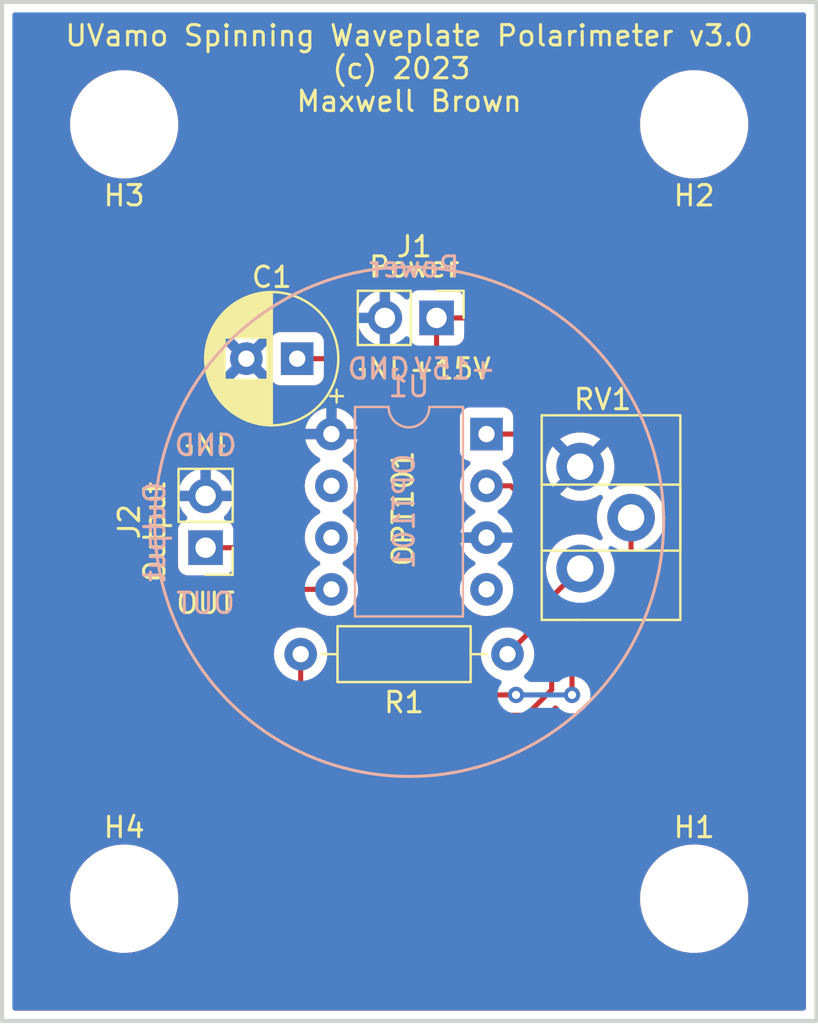
<source format=kicad_pcb>
(kicad_pcb (version 20221018) (generator pcbnew)
  (title_block (title "Spinning Waveplate Polarimeter") (date "2023-02-22") (rev "v3.0") (company "UVamo"))
  (layers (0 "F.Cu" signal) (31 "B.Cu" signal) (34 "B.Paste" user) (35 "F.Paste" user) (36 "B.SilkS" user "B.Silkscreen") (37 "F.SilkS" user "F.Silkscreen") (38 "B.Mask" user) (39 "F.Mask" user) (44 "Edge.Cuts" user))
  (net 0 "")
  (net 1 "GND")
  (net 5 "Net-(R1-Pad1)")
  (net 6 "Net-(R1-Pad2)")
  (net 7 "Net-(J2-Pad1)")
  (net 8 "Net-(J1-Pad1)")
  (footprint "MountingHole:MountingHole_4.3mm_M4" (layer "F.Cu") (at 126 51)
    (fp_text reference "H3" (at 0 3.5) (layer "F.SilkS"))
    (fp_text value "MountingHole")
    (pad "" np_thru_hole circle (at 0 0) (size 4.3 4.3) (drill 4.3) (layers "*.Cu" "*.Mask"))
  )
  (footprint "MountingHole:MountingHole_4.3mm_M4" (layer "F.Cu") (at 154 51)
    (fp_text reference "H2" (at 0 3.5) (layer "F.SilkS"))
    (fp_text value "MountingHole")
    (pad "" np_thru_hole circle (at 0 0) (size 4.3 4.3) (drill 4.3) (layers "*.Cu" "*.Mask"))
  )
  (footprint "MountingHole:MountingHole_4.3mm_M4" (layer "F.Cu") (at 154 89)
    (fp_text reference "H1" (at 0 -3.5) (layer "F.SilkS"))
    (fp_text value "MountingHole")
    (pad "" np_thru_hole circle (at 0 0) (size 4.3 4.3) (drill 4.3) (layers "*.Cu" "*.Mask"))
  )
  (footprint "Resistor_THT:R_Axial_DIN0207_L6.3mm_D2.5mm_P10.16mm_Horizontal" (layer "F.Cu") (at 144.83 77 180)
    (fp_text reference "R1" (at 5.08 -2.37) (layer "F.SilkS"))
    (fp_text value "100kΩ")
    (fp_line (start 1.04 0) (end 1.81 0) (stroke (width 0.12)) (layer "F.SilkS"))
    (fp_line (start 1.81 -1.37) (end 1.81 1.37) (stroke (width 0.12)) (layer "F.SilkS"))
    (fp_line (start 1.81 1.37) (end 8.35 1.37) (stroke (width 0.12)) (layer "F.SilkS"))
    (fp_line (start 8.35 -1.37) (end 1.81 -1.37) (stroke (width 0.12)) (layer "F.SilkS"))
    (fp_line (start 8.35 1.37) (end 8.35 -1.37) (stroke (width 0.12)) (layer "F.SilkS"))
    (fp_line (start 9.12 0) (end 8.35 0) (stroke (width 0.12)) (layer "F.SilkS"))
    (pad "1" thru_hole circle (at 0 0 180) (size 1.6 1.6) (drill 0.8) (layers "*.Cu" "*.Mask") (net 5 "Net-(R1-Pad1)"))
    (pad "2" thru_hole oval (at 10.16 0 180) (size 1.6 1.6) (drill 0.8) (layers "*.Cu" "*.Mask") (net 6 "Net-(R1-Pad2)"))
  )
  (footprint "Potentiometer_THT:Potentiometer_ACP_CA9-H2,5_Horizontal" (layer "F.Cu") (at 149.5 70)
    (fp_text reference "RV1" (at 0 -5.5) (layer "F.SilkS"))
    (fp_text value "R_Potentiometer_Trim")
    (fp_line (start -3 -1.32) (end 3.82 -1.32) (stroke (width 0.12)) (layer "F.SilkS"))
    (fp_line (start -3 1.92) (end 3.82 1.92) (stroke (width 0.12)) (layer "F.SilkS"))
    (fp_line (start -2.99 -4.72) (end -2.99 5.32) (stroke (width 0.12)) (layer "F.SilkS"))
    (fp_line (start -1.221 -4.721) (end -2.99 -4.72) (stroke (width 0.12)) (layer "F.SilkS"))
    (fp_line (start -1.221 -4.721) (end 3.82 -4.721) (stroke (width 0.12)) (layer "F.SilkS"))
    (fp_line (start -1.221 5.32) (end -2.99 5.32) (stroke (width 0.12)) (layer "F.SilkS"))
    (fp_line (start -1.221 5.32) (end 3.82 5.32) (stroke (width 0.12)) (layer "F.SilkS"))
    (fp_line (start 3.82 -4.721) (end 3.82 5.32) (stroke (width 0.12)) (layer "F.SilkS"))
    (fp_line (start 3.82 -1.32) (end 3.82 1.92) (stroke (width 0.12)) (layer "F.SilkS"))
    (pad "1" thru_hole circle (at -1.1 -2.2) (size 2.34 2.34) (drill 1.3) (layers "*.Cu" "*.Mask") (net 1 "GND"))
    (pad "2" thru_hole circle (at 1.4 0.3) (size 2.34 2.34) (drill 1.3) (layers "*.Cu" "*.Mask") (net 6 "Net-(R1-Pad2)"))
    (pad "3" thru_hole circle (at -1.1 2.8) (size 2.34 2.34) (drill 1.3) (layers "*.Cu" "*.Mask") (net 7 "Net-(J2-Pad1)"))
  )
  (footprint "MountingHole:MountingHole_4.3mm_M4" (layer "F.Cu") (at 126 89)
    (fp_text reference "H4" (at 0 -3.5) (layer "F.SilkS"))
    (fp_text value "MountingHole")
    (pad "" np_thru_hole circle (at 0 0) (size 4.3 4.3) (drill 4.3) (layers "*.Cu" "*.Mask"))
  )
  (footprint "Capacitor_THT:CP_Radial_D6.3mm_P2.50mm" (layer "F.Cu") (at 134.5 62.5 180)
    (fp_text reference "C1" (at 1.25 4) (layer "F.SilkS"))
    (fp_text value "1uF")
    (fp_line (start -2.250241 -1.839) (end -1.620241 -1.839) (stroke (width 0.12)) (layer "F.SilkS"))
    (fp_line (start -1.935241 -2.154) (end -1.935241 -1.524) (stroke (width 0.12)) (layer "F.SilkS"))
    (fp_line (start 1.25 -3.23) (end 1.25 3.23) (stroke (width 0.12)) (layer "F.SilkS"))
    (fp_line (start 1.29 -3.23) (end 1.29 3.23) (stroke (width 0.12)) (layer "F.SilkS"))
    (fp_line (start 1.33 -3.23) (end 1.33 3.23) (stroke (width 0.12)) (layer "F.SilkS"))
    (fp_line (start 1.37 -3.228) (end 1.37 3.228) (stroke (width 0.12)) (layer "F.SilkS"))
    (fp_line (start 1.41 -3.227) (end 1.41 3.227) (stroke (width 0.12)) (layer "F.SilkS"))
    (fp_line (start 1.45 -3.224) (end 1.45 3.224) (stroke (width 0.12)) (layer "F.SilkS"))
    (fp_line (start 1.49 -3.222) (end 1.49 -1.04) (stroke (width 0.12)) (layer "F.SilkS"))
    (fp_line (start 1.49 1.04) (end 1.49 3.222) (stroke (width 0.12)) (layer "F.SilkS"))
    (fp_line (start 1.53 -3.218) (end 1.53 -1.04) (stroke (width 0.12)) (layer "F.SilkS"))
    (fp_line (start 1.53 1.04) (end 1.53 3.218) (stroke (width 0.12)) (layer "F.SilkS"))
    (fp_line (start 1.57 -3.215) (end 1.57 -1.04) (stroke (width 0.12)) (layer "F.SilkS"))
    (fp_line (start 1.57 1.04) (end 1.57 3.215) (stroke (width 0.12)) (layer "F.SilkS"))
    (fp_line (start 1.61 -3.211) (end 1.61 -1.04) (stroke (width 0.12)) (layer "F.SilkS"))
    (fp_line (start 1.61 1.04) (end 1.61 3.211) (stroke (width 0.12)) (layer "F.SilkS"))
    (fp_line (start 1.65 -3.206) (end 1.65 -1.04) (stroke (width 0.12)) (layer "F.SilkS"))
    (fp_line (start 1.65 1.04) (end 1.65 3.206) (stroke (width 0.12)) (layer "F.SilkS"))
    (fp_line (start 1.69 -3.201) (end 1.69 -1.04) (stroke (width 0.12)) (layer "F.SilkS"))
    (fp_line (start 1.69 1.04) (end 1.69 3.201) (stroke (width 0.12)) (layer "F.SilkS"))
    (fp_line (start 1.73 -3.195) (end 1.73 -1.04) (stroke (width 0.12)) (layer "F.SilkS"))
    (fp_line (start 1.73 1.04) (end 1.73 3.195) (stroke (width 0.12)) (layer "F.SilkS"))
    (fp_line (start 1.77 -3.189) (end 1.77 -1.04) (stroke (width 0.12)) (layer "F.SilkS"))
    (fp_line (start 1.77 1.04) (end 1.77 3.189) (stroke (width 0.12)) (layer "F.SilkS"))
    (fp_line (start 1.81 -3.182) (end 1.81 -1.04) (stroke (width 0.12)) (layer "F.SilkS"))
    (fp_line (start 1.81 1.04) (end 1.81 3.182) (stroke (width 0.12)) (layer "F.SilkS"))
    (fp_line (start 1.85 -3.175) (end 1.85 -1.04) (stroke (width 0.12)) (layer "F.SilkS"))
    (fp_line (start 1.85 1.04) (end 1.85 3.175) (stroke (width 0.12)) (layer "F.SilkS"))
    (fp_line (start 1.89 -3.167) (end 1.89 -1.04) (stroke (width 0.12)) (layer "F.SilkS"))
    (fp_line (start 1.89 1.04) (end 1.89 3.167) (stroke (width 0.12)) (layer "F.SilkS"))
    (fp_line (start 1.93 -3.159) (end 1.93 -1.04) (stroke (width 0.12)) (layer "F.SilkS"))
    (fp_line (start 1.93 1.04) (end 1.93 3.159) (stroke (width 0.12)) (layer "F.SilkS"))
    (fp_line (start 1.971 -3.15) (end 1.971 -1.04) (stroke (width 0.12)) (layer "F.SilkS"))
    (fp_line (start 1.971 1.04) (end 1.971 3.15) (stroke (width 0.12)) (layer "F.SilkS"))
    (fp_line (start 2.011 -3.141) (end 2.011 -1.04) (stroke (width 0.12)) (layer "F.SilkS"))
    (fp_line (start 2.011 1.04) (end 2.011 3.141) (stroke (width 0.12)) (layer "F.SilkS"))
    (fp_line (start 2.051 -3.131) (end 2.051 -1.04) (stroke (width 0.12)) (layer "F.SilkS"))
    (fp_line (start 2.051 1.04) (end 2.051 3.131) (stroke (width 0.12)) (layer "F.SilkS"))
    (fp_line (start 2.091 -3.121) (end 2.091 -1.04) (stroke (width 0.12)) (layer "F.SilkS"))
    (fp_line (start 2.091 1.04) (end 2.091 3.121) (stroke (width 0.12)) (layer "F.SilkS"))
    (fp_line (start 2.131 -3.11) (end 2.131 -1.04) (stroke (width 0.12)) (layer "F.SilkS"))
    (fp_line (start 2.131 1.04) (end 2.131 3.11) (stroke (width 0.12)) (layer "F.SilkS"))
    (fp_line (start 2.171 -3.098) (end 2.171 -1.04) (stroke (width 0.12)) (layer "F.SilkS"))
    (fp_line (start 2.171 1.04) (end 2.171 3.098) (stroke (width 0.12)) (layer "F.SilkS"))
    (fp_line (start 2.211 -3.086) (end 2.211 -1.04) (stroke (width 0.12)) (layer "F.SilkS"))
    (fp_line (start 2.211 1.04) (end 2.211 3.086) (stroke (width 0.12)) (layer "F.SilkS"))
    (fp_line (start 2.251 -3.074) (end 2.251 -1.04) (stroke (width 0.12)) (layer "F.SilkS"))
    (fp_line (start 2.251 1.04) (end 2.251 3.074) (stroke (width 0.12)) (layer "F.SilkS"))
    (fp_line (start 2.291 -3.061) (end 2.291 -1.04) (stroke (width 0.12)) (layer "F.SilkS"))
    (fp_line (start 2.291 1.04) (end 2.291 3.061) (stroke (width 0.12)) (layer "F.SilkS"))
    (fp_line (start 2.331 -3.047) (end 2.331 -1.04) (stroke (width 0.12)) (layer "F.SilkS"))
    (fp_line (start 2.331 1.04) (end 2.331 3.047) (stroke (width 0.12)) (layer "F.SilkS"))
    (fp_line (start 2.371 -3.033) (end 2.371 -1.04) (stroke (width 0.12)) (layer "F.SilkS"))
    (fp_line (start 2.371 1.04) (end 2.371 3.033) (stroke (width 0.12)) (layer "F.SilkS"))
    (fp_line (start 2.411 -3.018) (end 2.411 -1.04) (stroke (width 0.12)) (layer "F.SilkS"))
    (fp_line (start 2.411 1.04) (end 2.411 3.018) (stroke (width 0.12)) (layer "F.SilkS"))
    (fp_line (start 2.451 -3.002) (end 2.451 -1.04) (stroke (width 0.12)) (layer "F.SilkS"))
    (fp_line (start 2.451 1.04) (end 2.451 3.002) (stroke (width 0.12)) (layer "F.SilkS"))
    (fp_line (start 2.491 -2.986) (end 2.491 -1.04) (stroke (width 0.12)) (layer "F.SilkS"))
    (fp_line (start 2.491 1.04) (end 2.491 2.986) (stroke (width 0.12)) (layer "F.SilkS"))
    (fp_line (start 2.531 -2.97) (end 2.531 -1.04) (stroke (width 0.12)) (layer "F.SilkS"))
    (fp_line (start 2.531 1.04) (end 2.531 2.97) (stroke (width 0.12)) (layer "F.SilkS"))
    (fp_line (start 2.571 -2.952) (end 2.571 -1.04) (stroke (width 0.12)) (layer "F.SilkS"))
    (fp_line (start 2.571 1.04) (end 2.571 2.952) (stroke (width 0.12)) (layer "F.SilkS"))
    (fp_line (start 2.611 -2.934) (end 2.611 -1.04) (stroke (width 0.12)) (layer "F.SilkS"))
    (fp_line (start 2.611 1.04) (end 2.611 2.934) (stroke (width 0.12)) (layer "F.SilkS"))
    (fp_line (start 2.651 -2.916) (end 2.651 -1.04) (stroke (width 0.12)) (layer "F.SilkS"))
    (fp_line (start 2.651 1.04) (end 2.651 2.916) (stroke (width 0.12)) (layer "F.SilkS"))
    (fp_line (start 2.691 -2.896) (end 2.691 -1.04) (stroke (width 0.12)) (layer "F.SilkS"))
    (fp_line (start 2.691 1.04) (end 2.691 2.896) (stroke (width 0.12)) (layer "F.SilkS"))
    (fp_line (start 2.731 -2.876) (end 2.731 -1.04) (stroke (width 0.12)) (layer "F.SilkS"))
    (fp_line (start 2.731 1.04) (end 2.731 2.876) (stroke (width 0.12)) (layer "F.SilkS"))
    (fp_line (start 2.771 -2.856) (end 2.771 -1.04) (stroke (width 0.12)) (layer "F.SilkS"))
    (fp_line (start 2.771 1.04) (end 2.771 2.856) (stroke (width 0.12)) (layer "F.SilkS"))
    (fp_line (start 2.811 -2.834) (end 2.811 -1.04) (stroke (width 0.12)) (layer "F.SilkS"))
    (fp_line (start 2.811 1.04) (end 2.811 2.834) (stroke (width 0.12)) (layer "F.SilkS"))
    (fp_line (start 2.851 -2.812) (end 2.851 -1.04) (stroke (width 0.12)) (layer "F.SilkS"))
    (fp_line (start 2.851 1.04) (end 2.851 2.812) (stroke (width 0.12)) (layer "F.SilkS"))
    (fp_line (start 2.891 -2.79) (end 2.891 -1.04) (stroke (width 0.12)) (layer "F.SilkS"))
    (fp_line (start 2.891 1.04) (end 2.891 2.79) (stroke (width 0.12)) (layer "F.SilkS"))
    (fp_line (start 2.931 -2.766) (end 2.931 -1.04) (stroke (width 0.12)) (layer "F.SilkS"))
    (fp_line (start 2.931 1.04) (end 2.931 2.766) (stroke (width 0.12)) (layer "F.SilkS"))
    (fp_line (start 2.971 -2.742) (end 2.971 -1.04) (stroke (width 0.12)) (layer "F.SilkS"))
    (fp_line (start 2.971 1.04) (end 2.971 2.742) (stroke (width 0.12)) (layer "F.SilkS"))
    (fp_line (start 3.011 -2.716) (end 3.011 -1.04) (stroke (width 0.12)) (layer "F.SilkS"))
    (fp_line (start 3.011 1.04) (end 3.011 2.716) (stroke (width 0.12)) (layer "F.SilkS"))
    (fp_line (start 3.051 -2.69) (end 3.051 -1.04) (stroke (width 0.12)) (layer "F.SilkS"))
    (fp_line (start 3.051 1.04) (end 3.051 2.69) (stroke (width 0.12)) (layer "F.SilkS"))
    (fp_line (start 3.091 -2.664) (end 3.091 -1.04) (stroke (width 0.12)) (layer "F.SilkS"))
    (fp_line (start 3.091 1.04) (end 3.091 2.664) (stroke (width 0.12)) (layer "F.SilkS"))
    (fp_line (start 3.131 -2.636) (end 3.131 -1.04) (stroke (width 0.12)) (layer "F.SilkS"))
    (fp_line (start 3.131 1.04) (end 3.131 2.636) (stroke (width 0.12)) (layer "F.SilkS"))
    (fp_line (start 3.171 -2.607) (end 3.171 -1.04) (stroke (width 0.12)) (layer "F.SilkS"))
    (fp_line (start 3.171 1.04) (end 3.171 2.607) (stroke (width 0.12)) (layer "F.SilkS"))
    (fp_line (start 3.211 -2.578) (end 3.211 -1.04) (stroke (width 0.12)) (layer "F.SilkS"))
    (fp_line (start 3.211 1.04) (end 3.211 2.578) (stroke (width 0.12)) (layer "F.SilkS"))
    (fp_line (start 3.251 -2.548) (end 3.251 -1.04) (stroke (width 0.12)) (layer "F.SilkS"))
    (fp_line (start 3.251 1.04) (end 3.251 2.548) (stroke (width 0.12)) (layer "F.SilkS"))
    (fp_line (start 3.291 -2.516) (end 3.291 -1.04) (stroke (width 0.12)) (layer "F.SilkS"))
    (fp_line (start 3.291 1.04) (end 3.291 2.516) (stroke (width 0.12)) (layer "F.SilkS"))
    (fp_line (start 3.331 -2.484) (end 3.331 -1.04) (stroke (width 0.12)) (layer "F.SilkS"))
    (fp_line (start 3.331 1.04) (end 3.331 2.484) (stroke (width 0.12)) (layer "F.SilkS"))
    (fp_line (start 3.371 -2.45) (end 3.371 -1.04) (stroke (width 0.12)) (layer "F.SilkS"))
    (fp_line (start 3.371 1.04) (end 3.371 2.45) (stroke (width 0.12)) (layer "F.SilkS"))
    (fp_line (start 3.411 -2.416) (end 3.411 -1.04) (stroke (width 0.12)) (layer "F.SilkS"))
    (fp_line (start 3.411 1.04) (end 3.411 2.416) (stroke (width 0.12)) (layer "F.SilkS"))
    (fp_line (start 3.451 -2.38) (end 3.451 -1.04) (stroke (width 0.12)) (layer "F.SilkS"))
    (fp_line (start 3.451 1.04) (end 3.451 2.38) (stroke (width 0.12)) (layer "F.SilkS"))
    (fp_line (start 3.491 -2.343) (end 3.491 -1.04) (stroke (width 0.12)) (layer "F.SilkS"))
    (fp_line (start 3.491 1.04) (end 3.491 2.343) (stroke (width 0.12)) (layer "F.SilkS"))
    (fp_line (start 3.531 -2.305) (end 3.531 -1.04) (stroke (width 0.12)) (layer "F.SilkS"))
    (fp_line (start 3.531 1.04) (end 3.531 2.305) (stroke (width 0.12)) (layer "F.SilkS"))
    (fp_line (start 3.571 -2.265) (end 3.571 2.265) (stroke (width 0.12)) (layer "F.SilkS"))
    (fp_line (start 3.611 -2.224) (end 3.611 2.224) (stroke (width 0.12)) (layer "F.SilkS"))
    (fp_line (start 3.651 -2.182) (end 3.651 2.182) (stroke (width 0.12)) (layer "F.SilkS"))
    (fp_line (start 3.691 -2.137) (end 3.691 2.137) (stroke (width 0.12)) (layer "F.SilkS"))
    (fp_line (start 3.731 -2.092) (end 3.731 2.092) (stroke (width 0.12)) (layer "F.SilkS"))
    (fp_line (start 3.771 -2.044) (end 3.771 2.044) (stroke (width 0.12)) (layer "F.SilkS"))
    (fp_line (start 3.811 -1.995) (end 3.811 1.995) (stroke (width 0.12)) (layer "F.SilkS"))
    (fp_line (start 3.851 -1.944) (end 3.851 1.944) (stroke (width 0.12)) (layer "F.SilkS"))
    (fp_line (start 3.891 -1.89) (end 3.891 1.89) (stroke (width 0.12)) (layer "F.SilkS"))
    (fp_line (start 3.931 -1.834) (end 3.931 1.834) (stroke (width 0.12)) (layer "F.SilkS"))
    (fp_line (start 3.971 -1.776) (end 3.971 1.776) (stroke (width 0.12)) (layer "F.SilkS"))
    (fp_line (start 4.011 -1.714) (end 4.011 1.714) (stroke (width 0.12)) (layer "F.SilkS"))
    (fp_line (start 4.051 -1.65) (end 4.051 1.65) (stroke (width 0.12)) (layer "F.SilkS"))
    (fp_line (start 4.091 -1.581) (end 4.091 1.581) (stroke (width 0.12)) (layer "F.SilkS"))
    (fp_line (start 4.131 -1.509) (end 4.131 1.509) (stroke (width 0.12)) (layer "F.SilkS"))
    (fp_line (start 4.171 -1.432) (end 4.171 1.432) (stroke (width 0.12)) (layer "F.SilkS"))
    (fp_line (start 4.211 -1.35) (end 4.211 1.35) (stroke (width 0.12)) (layer "F.SilkS"))
    (fp_line (start 4.251 -1.262) (end 4.251 1.262) (stroke (width 0.12)) (layer "F.SilkS"))
    (fp_line (start 4.291 -1.165) (end 4.291 1.165) (stroke (width 0.12)) (layer "F.SilkS"))
    (fp_line (start 4.331 -1.059) (end 4.331 1.059) (stroke (width 0.12)) (layer "F.SilkS"))
    (fp_line (start 4.371 -0.94) (end 4.371 0.94) (stroke (width 0.12)) (layer "F.SilkS"))
    (fp_line (start 4.411 -0.802) (end 4.411 0.802) (stroke (width 0.12)) (layer "F.SilkS"))
    (fp_line (start 4.451 -0.633) (end 4.451 0.633) (stroke (width 0.12)) (layer "F.SilkS"))
    (fp_line (start 4.491 -0.402) (end 4.491 0.402) (stroke (width 0.12)) (layer "F.SilkS"))
    (fp_circle (center 1.25 0) (end 4.52 0) (stroke (width 0.12)) (fill none) (layer "F.SilkS"))
    (pad "1" thru_hole rect (at 0 0 180) (size 1.6 1.6) (drill 0.8) (layers "*.Cu" "*.Mask") (net 8 "Net-(J1-Pad1)"))
    (pad "2" thru_hole circle (at 2.5 0 180) (size 1.6 1.6) (drill 0.8) (layers "*.Cu" "*.Mask") (net 1 "GND"))
  )
  (footprint "Connector_PinHeader_2.54mm:PinHeader_1x02_P2.54mm_Vertical" (layer "F.Cu") (at 141.345 60.5 -90)
    (fp_text reference "J1" (at -3.5 1.095 180) (layer "F.SilkS"))
    (fp_text value "Conn_01x02_Male")
    (fp_line (start -1.33 -1.33) (end 0 -1.33) (stroke (width 0.12)) (layer "F.SilkS"))
    (fp_line (start -1.33 0) (end -1.33 -1.33) (stroke (width 0.12)) (layer "F.SilkS"))
    (fp_line (start -1.33 1.27) (end -1.33 3.87) (stroke (width 0.12)) (layer "F.SilkS"))
    (fp_line (start -1.33 1.27) (end 1.33 1.27) (stroke (width 0.12)) (layer "F.SilkS"))
    (fp_line (start -1.33 3.87) (end 1.33 3.87) (stroke (width 0.12)) (layer "F.SilkS"))
    (fp_line (start 1.33 1.27) (end 1.33 3.87) (stroke (width 0.12)) (layer "F.SilkS"))
    (pad "1" thru_hole rect (at 0 0 270) (size 1.7 1.7) (drill 1) (layers "*.Cu" "*.Mask") (net 8 "Net-(J1-Pad1)"))
    (pad "2" thru_hole oval (at 0 2.54 270) (size 1.7 1.7) (drill 1) (layers "*.Cu" "*.Mask") (net 1 "GND"))
  )
  (footprint "Connector_PinHeader_2.54mm:PinHeader_1x02_P2.54mm_Vertical" (layer "F.Cu") (at 130 71.775 180)
    (fp_text reference "J2" (at 3.75 1.275 90) (layer "F.SilkS"))
    (fp_text value "Conn_01x02_Male")
    (fp_line (start -1.33 -1.33) (end 0 -1.33) (stroke (width 0.12)) (layer "F.SilkS"))
    (fp_line (start -1.33 0) (end -1.33 -1.33) (stroke (width 0.12)) (layer "F.SilkS"))
    (fp_line (start -1.33 1.27) (end -1.33 3.87) (stroke (width 0.12)) (layer "F.SilkS"))
    (fp_line (start -1.33 1.27) (end 1.33 1.27) (stroke (width 0.12)) (layer "F.SilkS"))
    (fp_line (start -1.33 3.87) (end 1.33 3.87) (stroke (width 0.12)) (layer "F.SilkS"))
    (fp_line (start 1.33 1.27) (end 1.33 3.87) (stroke (width 0.12)) (layer "F.SilkS"))
    (pad "1" thru_hole rect (at 0 0 180) (size 1.7 1.7) (drill 1) (layers "*.Cu" "*.Mask") (net 7 "Net-(J2-Pad1)"))
    (pad "2" thru_hole oval (at 0 2.54 180) (size 1.7 1.7) (drill 1) (layers "*.Cu" "*.Mask") (net 1 "GND"))
  )
  (footprint "Package_DIP:DIP-8_W7.62mm" (layer "B.Cu") (at 143.8 66.2 180)
    (fp_text reference "U1" (at 3.81 2.33) (layer "B.SilkS") (effects (justify mirror)))
    (fp_text value "OPT101")
    (fp_line (start 1.16 -8.95) (end 6.46 -8.95) (stroke (width 0.12)) (layer "B.SilkS"))
    (fp_line (start 1.16 1.33) (end 1.16 -8.95) (stroke (width 0.12)) (layer "B.SilkS"))
    (fp_line (start 2.81 1.33) (end 1.16 1.33) (stroke (width 0.12)) (layer "B.SilkS"))
    (fp_line (start 6.46 -8.95) (end 6.46 1.33) (stroke (width 0.12)) (layer "B.SilkS"))
    (fp_line (start 6.46 1.33) (end 4.81 1.33) (stroke (width 0.12)) (layer "B.SilkS"))
    (fp_arc (start 2.81 1.33) (mid 3.81 0.33) (end 4.81 1.33) (stroke (width 0.12)) (layer "B.SilkS"))
    (pad "1" thru_hole rect (at 0 0 180) (size 1.6 1.6) (drill 0.8) (layers "*.Cu" "*.Mask") (net 8 "Net-(J1-Pad1)"))
    (pad "2" thru_hole oval (at 0 -2.54 180) (size 1.6 1.6) (drill 0.8) (layers "*.Cu" "*.Mask") (net 5 "Net-(R1-Pad1)"))
    (pad "3" thru_hole oval (at 0 -5.08 180) (size 1.6 1.6) (drill 0.8) (layers "*.Cu" "*.Mask") (net 1 "GND"))
    (pad "4" thru_hole oval (at 0 -7.62 180) (size 1.6 1.6) (drill 0.8) (layers "*.Cu" "*.Mask"))
    (pad "5" thru_hole oval (at 7.62 -7.62 180) (size 1.6 1.6) (drill 0.8) (layers "*.Cu" "*.Mask") (net 7 "Net-(J2-Pad1)"))
    (pad "6" thru_hole oval (at 7.62 -5.08 180) (size 1.6 1.6) (drill 0.8) (layers "*.Cu" "*.Mask"))
    (pad "7" thru_hole oval (at 7.62 -2.54 180) (size 1.6 1.6) (drill 0.8) (layers "*.Cu" "*.Mask"))
    (pad "8" thru_hole oval (at 7.62 0 180) (size 1.6 1.6) (drill 0.8) (layers "*.Cu" "*.Mask") (net 1 "GND"))
  )
  (gr_circle (center 140 70.5) (end 152.5 70.5) (stroke (width 0.15)) (fill none) (layer "B.SilkS"))
  (gr_rect (start 120 45) (end 160 95) (stroke (width 0.2)) (fill none) (layer "Edge.Cuts"))
  (gr_text "OPT101" (at 139.75 70 90) (layer "B.SilkS") (effects (font (size 1 1)) (justify mirror)))
  (gr_text "OUT" (at 130 74.5) (layer "B.SilkS") (effects (font (size 1 1)) (justify mirror)))
  (gr_text "GND" (at 138.5 63) (layer "B.SilkS") (effects (font (size 1 1)) (justify mirror)))
  (gr_text "GND" (at 130 66.75) (layer "B.SilkS") (effects (font (size 1 1)) (justify mirror)))
  (gr_text "Power" (at 140.25 58) (layer "B.SilkS") (effects (font (size 1 1)) (justify mirror)))
  (gr_text "Output" (at 127.5 71 90) (layer "B.SilkS") (effects (font (size 1 1)) (justify mirror)))
  (gr_text "+15V" (at 142.25 63) (layer "B.SilkS") (effects (font (size 1 1)) (justify mirror)))
  (gr_text "Power" (at 140.25 58) (layer "F.SilkS") (effects (font (size 1 1))))
  (gr_text "Output" (at 127.5 71 90) (layer "F.SilkS") (effects (font (size 1 1))))
  (gr_text "GND" (at 138.5 63) (layer "F.SilkS") (effects (font (size 1 1))))
  (gr_text "OUT" (at 130 74.5) (layer "F.SilkS") (effects (font (size 1 1))))
  (gr_text "OPT101" (at 139.7 69.85 90) (layer "F.SilkS") (effects (font (size 1 1))))
  (gr_text "UVamo Spinning Waveplate Polarimeter v3.0\n(c) 2023 \nMaxwell Brown" (at 140 48.26) (layer "F.SilkS") (effects (font (size 1 1))))
  (gr_text "GND" (at 130 66.75) (layer "F.SilkS") (effects (font (size 1 1))))
  (gr_text "+15V" (at 142 63) (layer "F.SilkS") (effects (font (size 1 1))))
  (segment (start 143.8 68.74) (end 144.99 68.74) (width 0.25) (layer "F.Cu") (net 5))
  (segment (start 145.75 76.08) (end 144.83 77) (width 0.25) (layer "F.Cu") (net 5))
  (segment (start 144.99 68.74) (end 145.75 69.5) (width 0.25) (layer "F.Cu") (net 5))
  (segment (start 145.75 69.5) (end 145.75 76.08) (width 0.25) (layer "F.Cu") (net 5))
  (segment (start 150.9 73.1) (end 148.75 75.25) (width 0.25) (layer "F.Cu") (net 6))
  (segment (start 145.25 79) (end 135.25 79) (width 0.25) (layer "F.Cu") (net 6))
  (segment (start 148.75 75.25) (end 148 76) (width 0.25) (layer "F.Cu") (net 6))
  (segment (start 134.67 78.42) (end 134.67 77) (width 0.25) (layer "F.Cu") (net 6))
  (segment (start 135.25 79) (end 134.67 78.42) (width 0.25) (layer "F.Cu") (net 6))
  (segment (start 148 76) (end 148 79) (width 0.25) (layer "F.Cu") (net 6))
  (segment (start 150.9 70.3) (end 150.9 73.1) (width 0.25) (layer "F.Cu") (net 6))
  (via (at 148 79) (size 0.8) (drill 0.4) (layers "F.Cu" "B.Cu") (net 6))
  (via (at 145.25 79) (size 0.8) (drill 0.4) (layers "F.Cu" "B.Cu") (net 6))
  (segment (start 148 79) (end 145.25 79) (width 0.25) (layer "B.Cu") (net 6))
  (segment (start 132.75 75.5) (end 134.43 73.82) (width 0.25) (layer "F.Cu") (net 7))
  (segment (start 147 78.75) (end 145.75 80) (width 0.25) (layer "F.Cu") (net 7))
  (segment (start 145.75 80) (end 133.75 80) (width 0.25) (layer "F.Cu") (net 7))
  (segment (start 133.75 80) (end 132.75 79) (width 0.25) (layer "F.Cu") (net 7))
  (segment (start 132.385 71.775) (end 134.43 73.82) (width 0.25) (layer "F.Cu") (net 7))
  (segment (start 132.75 79) (end 132.75 75.5) (width 0.25) (layer "F.Cu") (net 7))
  (segment (start 130 71.775) (end 132.385 71.775) (width 0.25) (layer "F.Cu") (net 7))
  (segment (start 148.4 72.8) (end 147 74.2) (width 0.25) (layer "F.Cu") (net 7))
  (segment (start 134.43 73.82) (end 136.18 73.82) (width 0.25) (layer "F.Cu") (net 7))
  (segment (start 147 74.2) (end 147 78.75) (width 0.25) (layer "F.Cu") (net 7))
  (segment (start 141.345 60.5) (end 141.25 60.595) (width 0.25) (layer "F.Cu") (net 8))
  (segment (start 140.75 62.5) (end 134.5 62.5) (width 0.25) (layer "F.Cu") (net 8))
  (segment (start 141.345 60.5) (end 141.345 61.905) (width 0.25) (layer "F.Cu") (net 8))
  (segment (start 146.6 61.85) (end 145.25 60.5) (width 0.25) (layer "F.Cu") (net 8))
  (segment (start 145.8 66.2) (end 146.6 65.4) (width 0.25) (layer "F.Cu") (net 8))
  (segment (start 143.8 66.2) (end 145.8 66.2) (width 0.25) (layer "F.Cu") (net 8))
  (segment (start 146.6 65.4) (end 146.6 61.85) (width 0.25) (layer "F.Cu") (net 8))
  (segment (start 145.25 60.5) (end 141.345 60.5) (width 0.25) (layer "F.Cu") (net 8))
  (segment (start 141.345 61.905) (end 140.75 62.5) (width 0.25) (layer "F.Cu") (net 8))
  (zone (net 1) (net_name "GND") (layer "F.Cu") (connect_pads (clearance 0.508)) (min_thickness 0.254) (fill yes (thermal_gap 0.508) (thermal_bridge_width 0.508))
    (polygon (pts (xy 160 95) (xy 120 95) (xy 120 45) (xy 160 45)))
  )
  (zone (net 1) (net_name "GND") (layer "B.Cu") (connect_pads (clearance 0.508)) (min_thickness 0.254) (fill yes (thermal_gap 0.508) (thermal_bridge_width 0.508))
    (polygon (pts (xy 160 95) (xy 120 95) (xy 120 45) (xy 160 45)))
  )
)
</source>
